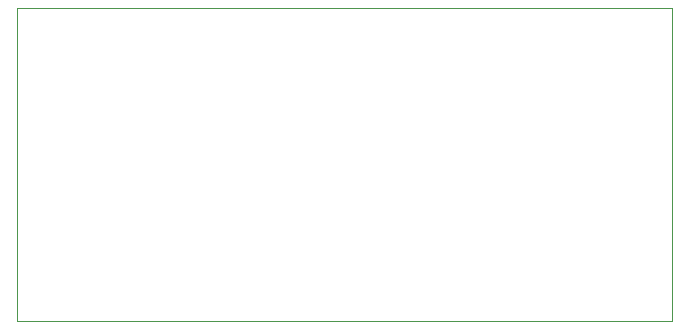
<source format=gbr>
G04 #@! TF.GenerationSoftware,KiCad,Pcbnew,6.0.11*
G04 #@! TF.CreationDate,2024-12-01T17:45:42+01:00*
G04 #@! TF.ProjectId,CCS_analog_mux-16in-18out,4343535f-616e-4616-9c6f-675f6d75782d,rev?*
G04 #@! TF.SameCoordinates,Original*
G04 #@! TF.FileFunction,Profile,NP*
%FSLAX46Y46*%
G04 Gerber Fmt 4.6, Leading zero omitted, Abs format (unit mm)*
G04 Created by KiCad (PCBNEW 6.0.11) date 2024-12-01 17:45:42*
%MOMM*%
%LPD*%
G01*
G04 APERTURE LIST*
G04 #@! TA.AperFunction,Profile*
%ADD10C,0.050000*%
G04 #@! TD*
G04 APERTURE END LIST*
D10*
X33800000Y-33150000D02*
X33800000Y-59650000D01*
X89300000Y-33150000D02*
X33800000Y-33150000D01*
X89300000Y-59650000D02*
X89300000Y-33150000D01*
X33800000Y-59650000D02*
X89300000Y-59650000D01*
M02*

</source>
